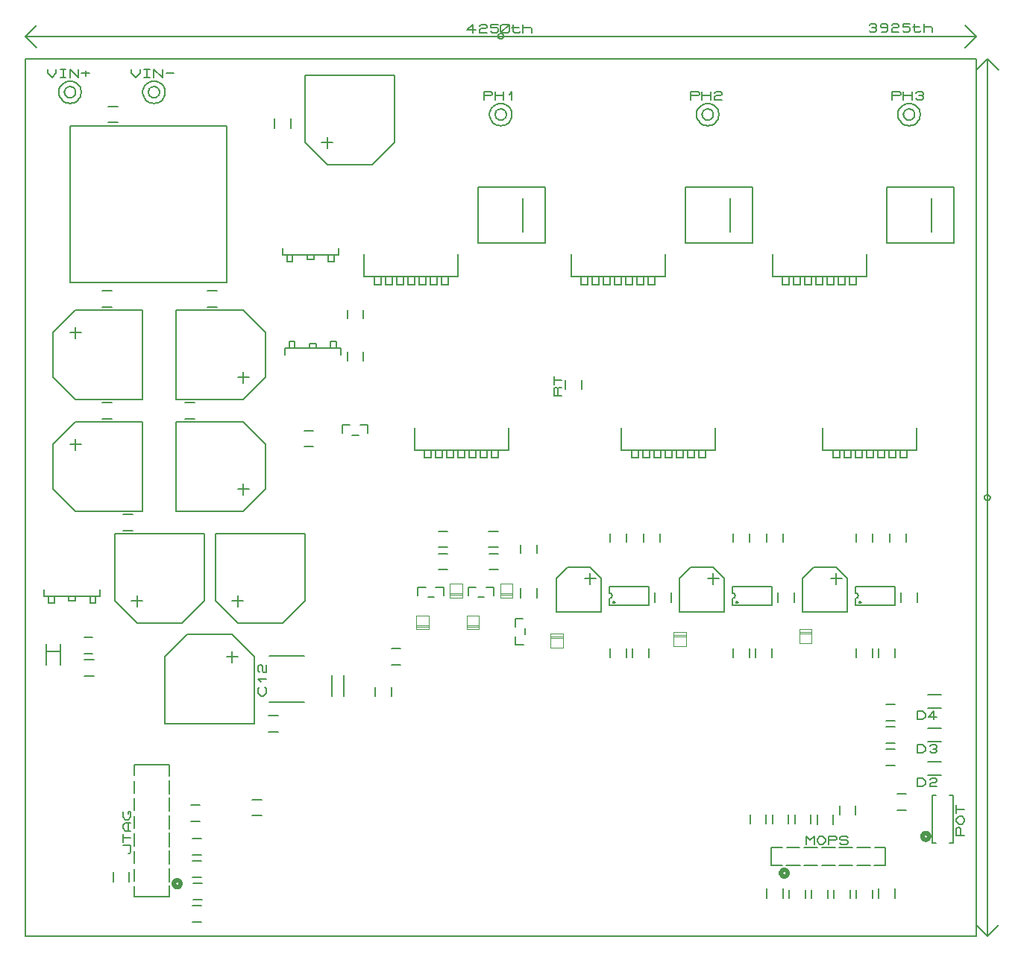
<source format=gbr>
G04 PROTEUS GERBER X2 FILE*
%TF.GenerationSoftware,Labcenter,Proteus,8.7-SP3-Build25561*%
%TF.CreationDate,2021-06-13T19:25:45+00:00*%
%TF.FileFunction,Legend,Top*%
%TF.FilePolarity,Positive*%
%TF.Part,Single*%
%TF.SameCoordinates,{9c7b3d0d-a21c-4509-bc3d-39c11cb24c33}*%
%FSLAX45Y45*%
%MOMM*%
G01*
%TA.AperFunction,Profile*%
%ADD46C,0.203200*%
%TA.AperFunction,NonMaterial*%
%ADD47C,0.203200*%
%TA.AperFunction,Material*%
%ADD60C,0.203200*%
%ADD61C,0.200000*%
%ADD62C,0.101600*%
%ADD63C,0.508000*%
%ADD64C,0.152400*%
%TD.AperFunction*%
D46*
X-1079500Y-7620000D02*
X+9715500Y-7620000D01*
X+9715500Y+2349500D01*
X-1079500Y+2349500D01*
X-1079500Y-7620000D01*
D47*
X+9842500Y-7620000D02*
X+9842500Y+2349500D01*
X+9842500Y-7620000D02*
X+9969500Y-7493000D01*
X+9842500Y-7620000D02*
X+9715500Y-7493000D01*
X+9842500Y+2349500D02*
X+9715500Y+2222500D01*
X+9842500Y+2349500D02*
X+9969500Y+2222500D01*
X+9874250Y-2635250D02*
X+9874141Y-2632616D01*
X+9873251Y-2627347D01*
X+9871389Y-2622078D01*
X+9868346Y-2616809D01*
X+9863691Y-2611607D01*
X+9858422Y-2607781D01*
X+9853153Y-2605341D01*
X+9847884Y-2603960D01*
X+9842615Y-2603500D01*
X+9842500Y-2603500D01*
X+9810750Y-2635250D02*
X+9810859Y-2632616D01*
X+9811749Y-2627347D01*
X+9813611Y-2622078D01*
X+9816654Y-2616809D01*
X+9821309Y-2611607D01*
X+9826578Y-2607781D01*
X+9831847Y-2605341D01*
X+9837116Y-2603960D01*
X+9842385Y-2603500D01*
X+9842500Y-2603500D01*
X+9810750Y-2635250D02*
X+9810859Y-2637884D01*
X+9811749Y-2643153D01*
X+9813611Y-2648422D01*
X+9816654Y-2653691D01*
X+9821309Y-2658893D01*
X+9826578Y-2662719D01*
X+9831847Y-2665159D01*
X+9837116Y-2666540D01*
X+9842385Y-2667000D01*
X+9842500Y-2667000D01*
X+9874250Y-2635250D02*
X+9874141Y-2637884D01*
X+9873251Y-2643153D01*
X+9871389Y-2648422D01*
X+9868346Y-2653691D01*
X+9863691Y-2658893D01*
X+9858422Y-2662719D01*
X+9853153Y-2665159D01*
X+9847884Y-2666540D01*
X+9842615Y-2667000D01*
X+9842500Y-2667000D01*
X+8502015Y+2729230D02*
X+8517890Y+2744470D01*
X+8565515Y+2744470D01*
X+8581390Y+2729230D01*
X+8581390Y+2713990D01*
X+8565515Y+2698750D01*
X+8581390Y+2683510D01*
X+8581390Y+2668270D01*
X+8565515Y+2653030D01*
X+8517890Y+2653030D01*
X+8502015Y+2668270D01*
X+8533765Y+2698750D02*
X+8565515Y+2698750D01*
X+8708390Y+2713990D02*
X+8692515Y+2698750D01*
X+8644890Y+2698750D01*
X+8629015Y+2713990D01*
X+8629015Y+2729230D01*
X+8644890Y+2744470D01*
X+8692515Y+2744470D01*
X+8708390Y+2729230D01*
X+8708390Y+2668270D01*
X+8692515Y+2653030D01*
X+8644890Y+2653030D01*
X+8756015Y+2729230D02*
X+8771890Y+2744470D01*
X+8819515Y+2744470D01*
X+8835390Y+2729230D01*
X+8835390Y+2713990D01*
X+8819515Y+2698750D01*
X+8771890Y+2698750D01*
X+8756015Y+2683510D01*
X+8756015Y+2653030D01*
X+8835390Y+2653030D01*
X+8962390Y+2744470D02*
X+8883015Y+2744470D01*
X+8883015Y+2713990D01*
X+8946515Y+2713990D01*
X+8962390Y+2698750D01*
X+8962390Y+2668270D01*
X+8946515Y+2653030D01*
X+8898890Y+2653030D01*
X+8883015Y+2668270D01*
X+9010015Y+2744470D02*
X+9010015Y+2668270D01*
X+9025890Y+2653030D01*
X+9073515Y+2653030D01*
X+9089390Y+2668270D01*
X+8994140Y+2713990D02*
X+9073515Y+2713990D01*
X+9216390Y+2653030D02*
X+9216390Y+2698750D01*
X+9200515Y+2713990D01*
X+9137015Y+2713990D01*
X+9121140Y+2698750D01*
X+9121140Y+2744470D02*
X+9121140Y+2653030D01*
D60*
X+3340100Y-1841500D02*
X+3340100Y-2095500D01*
X+4406900Y-2095500D01*
X+4406900Y-1841500D02*
X+4406900Y-2095500D01*
X+3454400Y-2184400D02*
X+3530600Y-2184400D01*
X+3530600Y-2095500D01*
X+3454400Y-2095500D01*
X+3454400Y-2184400D01*
X+3581400Y-2184400D02*
X+3657600Y-2184400D01*
X+3657600Y-2095500D01*
X+3581400Y-2095500D01*
X+3581400Y-2184400D01*
X+3708400Y-2184400D02*
X+3784600Y-2184400D01*
X+3784600Y-2095500D01*
X+3708400Y-2095500D01*
X+3708400Y-2184400D01*
X+3835400Y-2184400D02*
X+3911600Y-2184400D01*
X+3911600Y-2095500D01*
X+3835400Y-2095500D01*
X+3835400Y-2184400D01*
X+3962400Y-2184400D02*
X+4038600Y-2184400D01*
X+4038600Y-2095500D01*
X+3962400Y-2095500D01*
X+3962400Y-2184400D01*
X+4089400Y-2184400D02*
X+4165600Y-2184400D01*
X+4165600Y-2095500D01*
X+4089400Y-2095500D01*
X+4089400Y-2184400D01*
X+4216400Y-2184400D02*
X+4292600Y-2184400D01*
X+4292600Y-2095500D01*
X+4216400Y-2095500D01*
X+4216400Y-2184400D01*
X+5118100Y+127000D02*
X+5118100Y-127000D01*
X+6184900Y-127000D01*
X+6184900Y+127000D02*
X+6184900Y-127000D01*
X+5232400Y-215900D02*
X+5308600Y-215900D01*
X+5308600Y-127000D01*
X+5232400Y-127000D01*
X+5232400Y-215900D01*
X+5359400Y-215900D02*
X+5435600Y-215900D01*
X+5435600Y-127000D01*
X+5359400Y-127000D01*
X+5359400Y-215900D01*
X+5486400Y-215900D02*
X+5562600Y-215900D01*
X+5562600Y-127000D01*
X+5486400Y-127000D01*
X+5486400Y-215900D01*
X+5613400Y-215900D02*
X+5689600Y-215900D01*
X+5689600Y-127000D01*
X+5613400Y-127000D01*
X+5613400Y-215900D01*
X+5740400Y-215900D02*
X+5816600Y-215900D01*
X+5816600Y-127000D01*
X+5740400Y-127000D01*
X+5740400Y-215900D01*
X+5867400Y-215900D02*
X+5943600Y-215900D01*
X+5943600Y-127000D01*
X+5867400Y-127000D01*
X+5867400Y-215900D01*
X+5994400Y-215900D02*
X+6070600Y-215900D01*
X+6070600Y-127000D01*
X+5994400Y-127000D01*
X+5994400Y-215900D01*
X+5689600Y-1841500D02*
X+5689600Y-2095500D01*
X+6756400Y-2095500D01*
X+6756400Y-1841500D02*
X+6756400Y-2095500D01*
X+5803900Y-2184400D02*
X+5880100Y-2184400D01*
X+5880100Y-2095500D01*
X+5803900Y-2095500D01*
X+5803900Y-2184400D01*
X+5930900Y-2184400D02*
X+6007100Y-2184400D01*
X+6007100Y-2095500D01*
X+5930900Y-2095500D01*
X+5930900Y-2184400D01*
X+6057900Y-2184400D02*
X+6134100Y-2184400D01*
X+6134100Y-2095500D01*
X+6057900Y-2095500D01*
X+6057900Y-2184400D01*
X+6184900Y-2184400D02*
X+6261100Y-2184400D01*
X+6261100Y-2095500D01*
X+6184900Y-2095500D01*
X+6184900Y-2184400D01*
X+6311900Y-2184400D02*
X+6388100Y-2184400D01*
X+6388100Y-2095500D01*
X+6311900Y-2095500D01*
X+6311900Y-2184400D01*
X+6438900Y-2184400D02*
X+6515100Y-2184400D01*
X+6515100Y-2095500D01*
X+6438900Y-2095500D01*
X+6438900Y-2184400D01*
X+6565900Y-2184400D02*
X+6642100Y-2184400D01*
X+6642100Y-2095500D01*
X+6565900Y-2095500D01*
X+6565900Y-2184400D01*
X+7404100Y+127000D02*
X+7404100Y-127000D01*
X+8470900Y-127000D01*
X+8470900Y+127000D02*
X+8470900Y-127000D01*
X+7518400Y-215900D02*
X+7594600Y-215900D01*
X+7594600Y-127000D01*
X+7518400Y-127000D01*
X+7518400Y-215900D01*
X+7645400Y-215900D02*
X+7721600Y-215900D01*
X+7721600Y-127000D01*
X+7645400Y-127000D01*
X+7645400Y-215900D01*
X+7772400Y-215900D02*
X+7848600Y-215900D01*
X+7848600Y-127000D01*
X+7772400Y-127000D01*
X+7772400Y-215900D01*
X+7899400Y-215900D02*
X+7975600Y-215900D01*
X+7975600Y-127000D01*
X+7899400Y-127000D01*
X+7899400Y-215900D01*
X+8026400Y-215900D02*
X+8102600Y-215900D01*
X+8102600Y-127000D01*
X+8026400Y-127000D01*
X+8026400Y-215900D01*
X+8153400Y-215900D02*
X+8229600Y-215900D01*
X+8229600Y-127000D01*
X+8153400Y-127000D01*
X+8153400Y-215900D01*
X+8280400Y-215900D02*
X+8356600Y-215900D01*
X+8356600Y-127000D01*
X+8280400Y-127000D01*
X+8280400Y-215900D01*
X+7975600Y-1841500D02*
X+7975600Y-2095500D01*
X+9042400Y-2095500D01*
X+9042400Y-1841500D02*
X+9042400Y-2095500D01*
X+8089900Y-2184400D02*
X+8166100Y-2184400D01*
X+8166100Y-2095500D01*
X+8089900Y-2095500D01*
X+8089900Y-2184400D01*
X+8216900Y-2184400D02*
X+8293100Y-2184400D01*
X+8293100Y-2095500D01*
X+8216900Y-2095500D01*
X+8216900Y-2184400D01*
X+8343900Y-2184400D02*
X+8420100Y-2184400D01*
X+8420100Y-2095500D01*
X+8343900Y-2095500D01*
X+8343900Y-2184400D01*
X+8470900Y-2184400D02*
X+8547100Y-2184400D01*
X+8547100Y-2095500D01*
X+8470900Y-2095500D01*
X+8470900Y-2184400D01*
X+8597900Y-2184400D02*
X+8674100Y-2184400D01*
X+8674100Y-2095500D01*
X+8597900Y-2095500D01*
X+8597900Y-2184400D01*
X+8724900Y-2184400D02*
X+8801100Y-2184400D01*
X+8801100Y-2095500D01*
X+8724900Y-2095500D01*
X+8724900Y-2184400D01*
X+8851900Y-2184400D02*
X+8928100Y-2184400D01*
X+8928100Y-2095500D01*
X+8851900Y-2095500D01*
X+8851900Y-2184400D01*
X+2768600Y+127000D02*
X+2768600Y-127000D01*
X+3835400Y-127000D01*
X+3835400Y+127000D02*
X+3835400Y-127000D01*
X+2882900Y-215900D02*
X+2959100Y-215900D01*
X+2959100Y-127000D01*
X+2882900Y-127000D01*
X+2882900Y-215900D01*
X+3009900Y-215900D02*
X+3086100Y-215900D01*
X+3086100Y-127000D01*
X+3009900Y-127000D01*
X+3009900Y-215900D01*
X+3136900Y-215900D02*
X+3213100Y-215900D01*
X+3213100Y-127000D01*
X+3136900Y-127000D01*
X+3136900Y-215900D01*
X+3263900Y-215900D02*
X+3340100Y-215900D01*
X+3340100Y-127000D01*
X+3263900Y-127000D01*
X+3263900Y-215900D01*
X+3390900Y-215900D02*
X+3467100Y-215900D01*
X+3467100Y-127000D01*
X+3390900Y-127000D01*
X+3390900Y-215900D01*
X+3517900Y-215900D02*
X+3594100Y-215900D01*
X+3594100Y-127000D01*
X+3517900Y-127000D01*
X+3517900Y-215900D01*
X+3644900Y-215900D02*
X+3721100Y-215900D01*
X+3721100Y-127000D01*
X+3644900Y-127000D01*
X+3644900Y-215900D01*
X+6413500Y+254000D02*
X+7175500Y+254000D01*
X+7175500Y+889000D01*
X+6413500Y+889000D01*
X+6413500Y+254000D01*
X+6921500Y+762000D02*
X+6921500Y+381000D01*
X+8699500Y+254000D02*
X+9461500Y+254000D01*
X+9461500Y+889000D01*
X+8699500Y+889000D01*
X+8699500Y+254000D01*
X+9207500Y+762000D02*
X+9207500Y+381000D01*
X+4064000Y+254000D02*
X+4826000Y+254000D01*
X+4826000Y+889000D01*
X+4064000Y+889000D01*
X+4064000Y+254000D01*
X+4572000Y+762000D02*
X+4572000Y+381000D01*
X+4445000Y+1714500D02*
X+4444573Y+1724909D01*
X+4441101Y+1745728D01*
X+4433845Y+1766547D01*
X+4422017Y+1787366D01*
X+4403920Y+1808024D01*
X+4383101Y+1823545D01*
X+4362282Y+1833530D01*
X+4341463Y+1839314D01*
X+4320644Y+1841472D01*
X+4318000Y+1841500D01*
X+4191000Y+1714500D02*
X+4191427Y+1724909D01*
X+4194899Y+1745728D01*
X+4202155Y+1766547D01*
X+4213983Y+1787366D01*
X+4232080Y+1808024D01*
X+4252899Y+1823545D01*
X+4273718Y+1833530D01*
X+4294537Y+1839314D01*
X+4315356Y+1841472D01*
X+4318000Y+1841500D01*
X+4191000Y+1714500D02*
X+4191427Y+1704091D01*
X+4194899Y+1683272D01*
X+4202155Y+1662453D01*
X+4213983Y+1641634D01*
X+4232080Y+1620976D01*
X+4252899Y+1605455D01*
X+4273718Y+1595470D01*
X+4294537Y+1589686D01*
X+4315356Y+1587528D01*
X+4318000Y+1587500D01*
X+4445000Y+1714500D02*
X+4444573Y+1704091D01*
X+4441101Y+1683272D01*
X+4433845Y+1662453D01*
X+4422017Y+1641634D01*
X+4403920Y+1620976D01*
X+4383101Y+1605455D01*
X+4362282Y+1595470D01*
X+4341463Y+1589686D01*
X+4320644Y+1587528D01*
X+4318000Y+1587500D01*
X+4381500Y+1714500D02*
X+4381283Y+1719747D01*
X+4379518Y+1730242D01*
X+4375826Y+1740737D01*
X+4369798Y+1751232D01*
X+4360576Y+1761612D01*
X+4350081Y+1769300D01*
X+4339586Y+1774218D01*
X+4329091Y+1777024D01*
X+4318596Y+1777997D01*
X+4318000Y+1778000D01*
X+4254500Y+1714500D02*
X+4254717Y+1719747D01*
X+4256482Y+1730242D01*
X+4260174Y+1740737D01*
X+4266202Y+1751232D01*
X+4275424Y+1761612D01*
X+4285919Y+1769300D01*
X+4296414Y+1774218D01*
X+4306909Y+1777024D01*
X+4317404Y+1777997D01*
X+4318000Y+1778000D01*
X+4254500Y+1714500D02*
X+4254717Y+1709253D01*
X+4256482Y+1698758D01*
X+4260174Y+1688263D01*
X+4266202Y+1677768D01*
X+4275424Y+1667388D01*
X+4285919Y+1659700D01*
X+4296414Y+1654782D01*
X+4306909Y+1651976D01*
X+4317404Y+1651003D01*
X+4318000Y+1651000D01*
X+4381500Y+1714500D02*
X+4381283Y+1709253D01*
X+4379518Y+1698758D01*
X+4375826Y+1688263D01*
X+4369798Y+1677768D01*
X+4360576Y+1667388D01*
X+4350081Y+1659700D01*
X+4339586Y+1654782D01*
X+4329091Y+1651976D01*
X+4318596Y+1651003D01*
X+4318000Y+1651000D01*
X+4127500Y+1882140D02*
X+4127500Y+1973580D01*
X+4206875Y+1973580D01*
X+4222750Y+1958340D01*
X+4222750Y+1943100D01*
X+4206875Y+1927860D01*
X+4127500Y+1927860D01*
X+4254500Y+1882140D02*
X+4254500Y+1973580D01*
X+4349750Y+1973580D02*
X+4349750Y+1882140D01*
X+4254500Y+1927860D02*
X+4349750Y+1927860D01*
X+4413250Y+1943100D02*
X+4445000Y+1973580D01*
X+4445000Y+1882140D01*
X+6794500Y+1714500D02*
X+6794073Y+1724909D01*
X+6790601Y+1745728D01*
X+6783345Y+1766547D01*
X+6771517Y+1787366D01*
X+6753420Y+1808024D01*
X+6732601Y+1823545D01*
X+6711782Y+1833530D01*
X+6690963Y+1839314D01*
X+6670144Y+1841472D01*
X+6667500Y+1841500D01*
X+6540500Y+1714500D02*
X+6540927Y+1724909D01*
X+6544399Y+1745728D01*
X+6551655Y+1766547D01*
X+6563483Y+1787366D01*
X+6581580Y+1808024D01*
X+6602399Y+1823545D01*
X+6623218Y+1833530D01*
X+6644037Y+1839314D01*
X+6664856Y+1841472D01*
X+6667500Y+1841500D01*
X+6540500Y+1714500D02*
X+6540927Y+1704091D01*
X+6544399Y+1683272D01*
X+6551655Y+1662453D01*
X+6563483Y+1641634D01*
X+6581580Y+1620976D01*
X+6602399Y+1605455D01*
X+6623218Y+1595470D01*
X+6644037Y+1589686D01*
X+6664856Y+1587528D01*
X+6667500Y+1587500D01*
X+6794500Y+1714500D02*
X+6794073Y+1704091D01*
X+6790601Y+1683272D01*
X+6783345Y+1662453D01*
X+6771517Y+1641634D01*
X+6753420Y+1620976D01*
X+6732601Y+1605455D01*
X+6711782Y+1595470D01*
X+6690963Y+1589686D01*
X+6670144Y+1587528D01*
X+6667500Y+1587500D01*
X+6731000Y+1714500D02*
X+6730783Y+1719747D01*
X+6729018Y+1730242D01*
X+6725326Y+1740737D01*
X+6719298Y+1751232D01*
X+6710076Y+1761612D01*
X+6699581Y+1769300D01*
X+6689086Y+1774218D01*
X+6678591Y+1777024D01*
X+6668096Y+1777997D01*
X+6667500Y+1778000D01*
X+6604000Y+1714500D02*
X+6604217Y+1719747D01*
X+6605982Y+1730242D01*
X+6609674Y+1740737D01*
X+6615702Y+1751232D01*
X+6624924Y+1761612D01*
X+6635419Y+1769300D01*
X+6645914Y+1774218D01*
X+6656409Y+1777024D01*
X+6666904Y+1777997D01*
X+6667500Y+1778000D01*
X+6604000Y+1714500D02*
X+6604217Y+1709253D01*
X+6605982Y+1698758D01*
X+6609674Y+1688263D01*
X+6615702Y+1677768D01*
X+6624924Y+1667388D01*
X+6635419Y+1659700D01*
X+6645914Y+1654782D01*
X+6656409Y+1651976D01*
X+6666904Y+1651003D01*
X+6667500Y+1651000D01*
X+6731000Y+1714500D02*
X+6730783Y+1709253D01*
X+6729018Y+1698758D01*
X+6725326Y+1688263D01*
X+6719298Y+1677768D01*
X+6710076Y+1667388D01*
X+6699581Y+1659700D01*
X+6689086Y+1654782D01*
X+6678591Y+1651976D01*
X+6668096Y+1651003D01*
X+6667500Y+1651000D01*
X+6477000Y+1882140D02*
X+6477000Y+1973580D01*
X+6556375Y+1973580D01*
X+6572250Y+1958340D01*
X+6572250Y+1943100D01*
X+6556375Y+1927860D01*
X+6477000Y+1927860D01*
X+6604000Y+1882140D02*
X+6604000Y+1973580D01*
X+6699250Y+1973580D02*
X+6699250Y+1882140D01*
X+6604000Y+1927860D02*
X+6699250Y+1927860D01*
X+6746875Y+1958340D02*
X+6762750Y+1973580D01*
X+6810375Y+1973580D01*
X+6826250Y+1958340D01*
X+6826250Y+1943100D01*
X+6810375Y+1927860D01*
X+6762750Y+1927860D01*
X+6746875Y+1912620D01*
X+6746875Y+1882140D01*
X+6826250Y+1882140D01*
X+9080500Y+1714500D02*
X+9080073Y+1724909D01*
X+9076601Y+1745728D01*
X+9069345Y+1766547D01*
X+9057517Y+1787366D01*
X+9039420Y+1808024D01*
X+9018601Y+1823545D01*
X+8997782Y+1833530D01*
X+8976963Y+1839314D01*
X+8956144Y+1841472D01*
X+8953500Y+1841500D01*
X+8826500Y+1714500D02*
X+8826927Y+1724909D01*
X+8830399Y+1745728D01*
X+8837655Y+1766547D01*
X+8849483Y+1787366D01*
X+8867580Y+1808024D01*
X+8888399Y+1823545D01*
X+8909218Y+1833530D01*
X+8930037Y+1839314D01*
X+8950856Y+1841472D01*
X+8953500Y+1841500D01*
X+8826500Y+1714500D02*
X+8826927Y+1704091D01*
X+8830399Y+1683272D01*
X+8837655Y+1662453D01*
X+8849483Y+1641634D01*
X+8867580Y+1620976D01*
X+8888399Y+1605455D01*
X+8909218Y+1595470D01*
X+8930037Y+1589686D01*
X+8950856Y+1587528D01*
X+8953500Y+1587500D01*
X+9080500Y+1714500D02*
X+9080073Y+1704091D01*
X+9076601Y+1683272D01*
X+9069345Y+1662453D01*
X+9057517Y+1641634D01*
X+9039420Y+1620976D01*
X+9018601Y+1605455D01*
X+8997782Y+1595470D01*
X+8976963Y+1589686D01*
X+8956144Y+1587528D01*
X+8953500Y+1587500D01*
X+9017000Y+1714500D02*
X+9016783Y+1719747D01*
X+9015018Y+1730242D01*
X+9011326Y+1740737D01*
X+9005298Y+1751232D01*
X+8996076Y+1761612D01*
X+8985581Y+1769300D01*
X+8975086Y+1774218D01*
X+8964591Y+1777024D01*
X+8954096Y+1777997D01*
X+8953500Y+1778000D01*
X+8890000Y+1714500D02*
X+8890217Y+1719747D01*
X+8891982Y+1730242D01*
X+8895674Y+1740737D01*
X+8901702Y+1751232D01*
X+8910924Y+1761612D01*
X+8921419Y+1769300D01*
X+8931914Y+1774218D01*
X+8942409Y+1777024D01*
X+8952904Y+1777997D01*
X+8953500Y+1778000D01*
X+8890000Y+1714500D02*
X+8890217Y+1709253D01*
X+8891982Y+1698758D01*
X+8895674Y+1688263D01*
X+8901702Y+1677768D01*
X+8910924Y+1667388D01*
X+8921419Y+1659700D01*
X+8931914Y+1654782D01*
X+8942409Y+1651976D01*
X+8952904Y+1651003D01*
X+8953500Y+1651000D01*
X+9017000Y+1714500D02*
X+9016783Y+1709253D01*
X+9015018Y+1698758D01*
X+9011326Y+1688263D01*
X+9005298Y+1677768D01*
X+8996076Y+1667388D01*
X+8985581Y+1659700D01*
X+8975086Y+1654782D01*
X+8964591Y+1651976D01*
X+8954096Y+1651003D01*
X+8953500Y+1651000D01*
X+8763000Y+1882140D02*
X+8763000Y+1973580D01*
X+8842375Y+1973580D01*
X+8858250Y+1958340D01*
X+8858250Y+1943100D01*
X+8842375Y+1927860D01*
X+8763000Y+1927860D01*
X+8890000Y+1882140D02*
X+8890000Y+1973580D01*
X+8985250Y+1973580D02*
X+8985250Y+1882140D01*
X+8890000Y+1927860D02*
X+8985250Y+1927860D01*
X+9032875Y+1958340D02*
X+9048750Y+1973580D01*
X+9096375Y+1973580D01*
X+9112250Y+1958340D01*
X+9112250Y+1943100D01*
X+9096375Y+1927860D01*
X+9112250Y+1912620D01*
X+9112250Y+1897380D01*
X+9096375Y+1882140D01*
X+9048750Y+1882140D01*
X+9032875Y+1897380D01*
X+9064625Y+1927860D02*
X+9096375Y+1927860D01*
X+2501900Y-1016000D02*
X+2501900Y-939800D01*
X+1866900Y-939800D01*
X+1866900Y-1016000D01*
X+2222500Y-939800D02*
X+2222500Y-889000D01*
X+2146300Y-889000D01*
X+2146300Y-939800D01*
X+2451100Y-939800D02*
X+2451100Y-863600D01*
X+2387600Y-863600D01*
X+2387600Y-939800D01*
X+1917700Y-939800D02*
X+1917700Y-863600D01*
X+1981200Y-863600D01*
X+1981200Y-939800D02*
X+1981200Y-863600D01*
X+1841500Y+198120D02*
X+1841500Y+121920D01*
X+2476500Y+121920D01*
X+2476500Y+198120D01*
X+2120900Y+121920D02*
X+2120900Y+71120D01*
X+2197100Y+71120D01*
X+2197100Y+121920D01*
X+1892300Y+121920D02*
X+1892300Y+45720D01*
X+1955800Y+45720D01*
X+1955800Y+121920D01*
X+2425700Y+121920D02*
X+2425700Y+45720D01*
X+2362200Y+45720D01*
X+2362200Y+121920D02*
X+2362200Y+45720D01*
X-508000Y-1778000D02*
X-762000Y-2032000D01*
X-762000Y-2540000D01*
X-508000Y-2794000D01*
X+254000Y-2794000D01*
X+254000Y-1778000D01*
X-508000Y-1778000D01*
X-571500Y-2032000D02*
X-444500Y-2032000D01*
X-508000Y-1968500D02*
X-508000Y-2095500D01*
X-508000Y-508000D02*
X-762000Y-762000D01*
X-762000Y-1270000D01*
X-508000Y-1524000D01*
X+254000Y-1524000D01*
X+254000Y-508000D01*
X-508000Y-508000D01*
X-571500Y-762000D02*
X-444500Y-762000D01*
X-508000Y-698500D02*
X-508000Y-825500D01*
X-863600Y-3683000D02*
X-863600Y-3759200D01*
X-228600Y-3759200D01*
X-228600Y-3683000D01*
X-584200Y-3759200D02*
X-584200Y-3810000D01*
X-508000Y-3810000D01*
X-508000Y-3759200D01*
X-812800Y-3759200D02*
X-812800Y-3835400D01*
X-749300Y-3835400D01*
X-749300Y-3759200D01*
X-279400Y-3759200D02*
X-279400Y-3835400D01*
X-342900Y-3835400D01*
X-342900Y-3759200D02*
X-342900Y-3835400D01*
X-842000Y-4538000D02*
X-842000Y-4298000D01*
X-682000Y-4538000D02*
X-682000Y-4298000D01*
X-842000Y-4388000D02*
X-682000Y-4388000D01*
D61*
X-413000Y-4408000D02*
X-313000Y-4408000D01*
X-413000Y-4228000D02*
X-313000Y-4228000D01*
D60*
X-63500Y-3810000D02*
X+190500Y-4064000D01*
X+698500Y-4064000D01*
X+952500Y-3810000D01*
X+952500Y-3048000D01*
X-63500Y-3048000D01*
X-63500Y-3810000D01*
X+190500Y-3873500D02*
X+190500Y-3746500D01*
X+127000Y-3810000D02*
X+254000Y-3810000D01*
D61*
X+2087500Y-4434000D02*
X+1687500Y-4434000D01*
X+2087500Y-4964000D02*
X+1687500Y-4964000D01*
D60*
X+2399837Y-4896337D02*
X+2399837Y-4656337D01*
X+2539837Y-4896337D02*
X+2539837Y-4656337D01*
X+1079500Y-3810000D02*
X+1333500Y-4064000D01*
X+1841500Y-4064000D01*
X+2095500Y-3810000D01*
X+2095500Y-3048000D01*
X+1079500Y-3048000D01*
X+1079500Y-3810000D01*
X+1333500Y-3873500D02*
X+1333500Y-3746500D01*
X+1270000Y-3810000D02*
X+1397000Y-3810000D01*
D61*
X-413000Y-4662000D02*
X-303000Y-4662000D01*
X-413000Y-4482000D02*
X-303000Y-4482000D01*
X+2894500Y-4794000D02*
X+2894500Y-4894000D01*
X+3074500Y-4794000D02*
X+3074500Y-4894000D01*
X+3179500Y-4355000D02*
X+3079500Y-4355000D01*
X+3179500Y-4535000D02*
X+3079500Y-4535000D01*
D60*
X-571500Y+1587500D02*
X+1206500Y+1587500D01*
X+1206500Y-190500D01*
X-571500Y-190500D01*
X-571500Y+1587500D02*
X-571500Y-190500D01*
D61*
X-95000Y-291000D02*
X-205000Y-291000D01*
X-95000Y-471000D02*
X-205000Y-471000D01*
X-31500Y+1804500D02*
X-141500Y+1804500D01*
X-31500Y+1624500D02*
X-141500Y+1624500D01*
X-95000Y-1561000D02*
X-205000Y-1561000D01*
X-95000Y-1741000D02*
X-205000Y-1741000D01*
D60*
X+2095500Y+1397000D02*
X+2349500Y+1143000D01*
X+2857500Y+1143000D01*
X+3111500Y+1397000D01*
X+3111500Y+2159000D01*
X+2095500Y+2159000D01*
X+2095500Y+1397000D01*
X+2349500Y+1333500D02*
X+2349500Y+1460500D01*
X+2286000Y+1397000D02*
X+2413000Y+1397000D01*
X+1397000Y-1524000D02*
X+1651000Y-1270000D01*
X+1651000Y-762000D01*
X+1397000Y-508000D01*
X+635000Y-508000D01*
X+635000Y-1524000D01*
X+1397000Y-1524000D01*
X+1460500Y-1270000D02*
X+1333500Y-1270000D01*
X+1397000Y-1333500D02*
X+1397000Y-1206500D01*
X+1397000Y-2794000D02*
X+1651000Y-2540000D01*
X+1651000Y-2032000D01*
X+1397000Y-1778000D01*
X+635000Y-1778000D01*
X+635000Y-2794000D01*
X+1397000Y-2794000D01*
X+1460500Y-2540000D02*
X+1333500Y-2540000D01*
X+1397000Y-2603500D02*
X+1397000Y-2476500D01*
D61*
X+1751500Y+1665500D02*
X+1751500Y+1555500D01*
X+1931500Y+1665500D02*
X+1931500Y+1555500D01*
X+984000Y-471000D02*
X+1094000Y-471000D01*
X+984000Y-291000D02*
X+1094000Y-291000D01*
X+730000Y-1741000D02*
X+840000Y-1741000D01*
X+730000Y-1561000D02*
X+840000Y-1561000D01*
D47*
X+9715500Y+2603500D02*
X-1079500Y+2603500D01*
X+9715500Y+2603500D02*
X+9588500Y+2730500D01*
X+9715500Y+2603500D02*
X+9588500Y+2476500D01*
X-1079500Y+2603500D02*
X-952500Y+2476500D01*
X-1079500Y+2603500D02*
X-952500Y+2730500D01*
X+4349750Y+2603500D02*
X+4349641Y+2606134D01*
X+4348751Y+2611403D01*
X+4346889Y+2616672D01*
X+4343846Y+2621941D01*
X+4339191Y+2627143D01*
X+4333922Y+2630969D01*
X+4328653Y+2633409D01*
X+4323384Y+2634790D01*
X+4318115Y+2635250D01*
X+4318000Y+2635250D01*
X+4286250Y+2603500D02*
X+4286359Y+2606134D01*
X+4287249Y+2611403D01*
X+4289111Y+2616672D01*
X+4292154Y+2621941D01*
X+4296809Y+2627143D01*
X+4302078Y+2630969D01*
X+4307347Y+2633409D01*
X+4312616Y+2634790D01*
X+4317885Y+2635250D01*
X+4318000Y+2635250D01*
X+4286250Y+2603500D02*
X+4286359Y+2600866D01*
X+4287249Y+2595597D01*
X+4289111Y+2590328D01*
X+4292154Y+2585059D01*
X+4296809Y+2579857D01*
X+4302078Y+2576031D01*
X+4307347Y+2573591D01*
X+4312616Y+2572210D01*
X+4317885Y+2571750D01*
X+4318000Y+2571750D01*
X+4349750Y+2603500D02*
X+4349641Y+2600866D01*
X+4348751Y+2595597D01*
X+4346889Y+2590328D01*
X+4343846Y+2585059D01*
X+4339191Y+2579857D01*
X+4333922Y+2576031D01*
X+4328653Y+2573591D01*
X+4323384Y+2572210D01*
X+4318115Y+2571750D01*
X+4318000Y+2571750D01*
X+4032250Y+2674620D02*
X+3937000Y+2674620D01*
X+4000500Y+2735580D01*
X+4000500Y+2644140D01*
X+4079875Y+2720340D02*
X+4095750Y+2735580D01*
X+4143375Y+2735580D01*
X+4159250Y+2720340D01*
X+4159250Y+2705100D01*
X+4143375Y+2689860D01*
X+4095750Y+2689860D01*
X+4079875Y+2674620D01*
X+4079875Y+2644140D01*
X+4159250Y+2644140D01*
X+4286250Y+2735580D02*
X+4206875Y+2735580D01*
X+4206875Y+2705100D01*
X+4270375Y+2705100D01*
X+4286250Y+2689860D01*
X+4286250Y+2659380D01*
X+4270375Y+2644140D01*
X+4222750Y+2644140D01*
X+4206875Y+2659380D01*
X+4318000Y+2659380D02*
X+4318000Y+2720340D01*
X+4333875Y+2735580D01*
X+4397375Y+2735580D01*
X+4413250Y+2720340D01*
X+4413250Y+2659380D01*
X+4397375Y+2644140D01*
X+4333875Y+2644140D01*
X+4318000Y+2659380D01*
X+4318000Y+2644140D02*
X+4413250Y+2735580D01*
X+4460875Y+2735580D02*
X+4460875Y+2659380D01*
X+4476750Y+2644140D01*
X+4524375Y+2644140D01*
X+4540250Y+2659380D01*
X+4445000Y+2705100D02*
X+4524375Y+2705100D01*
X+4667250Y+2644140D02*
X+4667250Y+2689860D01*
X+4651375Y+2705100D01*
X+4587875Y+2705100D01*
X+4572000Y+2689860D01*
X+4572000Y+2735580D02*
X+4572000Y+2644140D01*
D60*
X+508000Y+1968500D02*
X+507573Y+1978909D01*
X+504101Y+1999728D01*
X+496845Y+2020547D01*
X+485017Y+2041366D01*
X+466920Y+2062024D01*
X+446101Y+2077545D01*
X+425282Y+2087530D01*
X+404463Y+2093314D01*
X+383644Y+2095472D01*
X+381000Y+2095500D01*
X+254000Y+1968500D02*
X+254427Y+1978909D01*
X+257899Y+1999728D01*
X+265155Y+2020547D01*
X+276983Y+2041366D01*
X+295080Y+2062024D01*
X+315899Y+2077545D01*
X+336718Y+2087530D01*
X+357537Y+2093314D01*
X+378356Y+2095472D01*
X+381000Y+2095500D01*
X+254000Y+1968500D02*
X+254427Y+1958091D01*
X+257899Y+1937272D01*
X+265155Y+1916453D01*
X+276983Y+1895634D01*
X+295080Y+1874976D01*
X+315899Y+1859455D01*
X+336718Y+1849470D01*
X+357537Y+1843686D01*
X+378356Y+1841528D01*
X+381000Y+1841500D01*
X+508000Y+1968500D02*
X+507573Y+1958091D01*
X+504101Y+1937272D01*
X+496845Y+1916453D01*
X+485017Y+1895634D01*
X+466920Y+1874976D01*
X+446101Y+1859455D01*
X+425282Y+1849470D01*
X+404463Y+1843686D01*
X+383644Y+1841528D01*
X+381000Y+1841500D01*
X+444500Y+1968500D02*
X+444283Y+1973747D01*
X+442518Y+1984242D01*
X+438826Y+1994737D01*
X+432798Y+2005232D01*
X+423576Y+2015612D01*
X+413081Y+2023300D01*
X+402586Y+2028218D01*
X+392091Y+2031024D01*
X+381596Y+2031997D01*
X+381000Y+2032000D01*
X+317500Y+1968500D02*
X+317717Y+1973747D01*
X+319482Y+1984242D01*
X+323174Y+1994737D01*
X+329202Y+2005232D01*
X+338424Y+2015612D01*
X+348919Y+2023300D01*
X+359414Y+2028218D01*
X+369909Y+2031024D01*
X+380404Y+2031997D01*
X+381000Y+2032000D01*
X+317500Y+1968500D02*
X+317717Y+1963253D01*
X+319482Y+1952758D01*
X+323174Y+1942263D01*
X+329202Y+1931768D01*
X+338424Y+1921388D01*
X+348919Y+1913700D01*
X+359414Y+1908782D01*
X+369909Y+1905976D01*
X+380404Y+1905003D01*
X+381000Y+1905000D01*
X+444500Y+1968500D02*
X+444283Y+1963253D01*
X+442518Y+1952758D01*
X+438826Y+1942263D01*
X+432798Y+1931768D01*
X+423576Y+1921388D01*
X+413081Y+1913700D01*
X+402586Y+1908782D01*
X+392091Y+1905976D01*
X+381596Y+1905003D01*
X+381000Y+1905000D01*
X+127000Y+2227580D02*
X+127000Y+2181860D01*
X+174625Y+2136140D01*
X+222250Y+2181860D01*
X+222250Y+2227580D01*
X+269875Y+2227580D02*
X+333375Y+2227580D01*
X+301625Y+2227580D02*
X+301625Y+2136140D01*
X+269875Y+2136140D02*
X+333375Y+2136140D01*
X+381000Y+2136140D02*
X+381000Y+2227580D01*
X+476250Y+2136140D01*
X+476250Y+2227580D01*
X+523875Y+2181860D02*
X+603250Y+2181860D01*
X-444500Y+1968500D02*
X-444927Y+1978909D01*
X-448399Y+1999728D01*
X-455655Y+2020547D01*
X-467483Y+2041366D01*
X-485580Y+2062024D01*
X-506399Y+2077545D01*
X-527218Y+2087530D01*
X-548037Y+2093314D01*
X-568856Y+2095472D01*
X-571500Y+2095500D01*
X-698500Y+1968500D02*
X-698073Y+1978909D01*
X-694601Y+1999728D01*
X-687345Y+2020547D01*
X-675517Y+2041366D01*
X-657420Y+2062024D01*
X-636601Y+2077545D01*
X-615782Y+2087530D01*
X-594963Y+2093314D01*
X-574144Y+2095472D01*
X-571500Y+2095500D01*
X-698500Y+1968500D02*
X-698073Y+1958091D01*
X-694601Y+1937272D01*
X-687345Y+1916453D01*
X-675517Y+1895634D01*
X-657420Y+1874976D01*
X-636601Y+1859455D01*
X-615782Y+1849470D01*
X-594963Y+1843686D01*
X-574144Y+1841528D01*
X-571500Y+1841500D01*
X-444500Y+1968500D02*
X-444927Y+1958091D01*
X-448399Y+1937272D01*
X-455655Y+1916453D01*
X-467483Y+1895634D01*
X-485580Y+1874976D01*
X-506399Y+1859455D01*
X-527218Y+1849470D01*
X-548037Y+1843686D01*
X-568856Y+1841528D01*
X-571500Y+1841500D01*
X-508000Y+1968500D02*
X-508217Y+1973747D01*
X-509982Y+1984242D01*
X-513674Y+1994737D01*
X-519702Y+2005232D01*
X-528924Y+2015612D01*
X-539419Y+2023300D01*
X-549914Y+2028218D01*
X-560409Y+2031024D01*
X-570904Y+2031997D01*
X-571500Y+2032000D01*
X-635000Y+1968500D02*
X-634783Y+1973747D01*
X-633018Y+1984242D01*
X-629326Y+1994737D01*
X-623298Y+2005232D01*
X-614076Y+2015612D01*
X-603581Y+2023300D01*
X-593086Y+2028218D01*
X-582591Y+2031024D01*
X-572096Y+2031997D01*
X-571500Y+2032000D01*
X-635000Y+1968500D02*
X-634783Y+1963253D01*
X-633018Y+1952758D01*
X-629326Y+1942263D01*
X-623298Y+1931768D01*
X-614076Y+1921388D01*
X-603581Y+1913700D01*
X-593086Y+1908782D01*
X-582591Y+1905976D01*
X-572096Y+1905003D01*
X-571500Y+1905000D01*
X-508000Y+1968500D02*
X-508217Y+1963253D01*
X-509982Y+1952758D01*
X-513674Y+1942263D01*
X-519702Y+1931768D01*
X-528924Y+1921388D01*
X-539419Y+1913700D01*
X-549914Y+1908782D01*
X-560409Y+1905976D01*
X-570904Y+1905003D01*
X-571500Y+1905000D01*
X-825500Y+2227580D02*
X-825500Y+2181860D01*
X-777875Y+2136140D01*
X-730250Y+2181860D01*
X-730250Y+2227580D01*
X-682625Y+2227580D02*
X-619125Y+2227580D01*
X-650875Y+2227580D02*
X-650875Y+2136140D01*
X-682625Y+2136140D02*
X-619125Y+2136140D01*
X-571500Y+2136140D02*
X-571500Y+2227580D01*
X-476250Y+2136140D01*
X-476250Y+2227580D01*
X-444500Y+2181860D02*
X-349250Y+2181860D01*
X-396875Y+2212340D02*
X-396875Y+2151380D01*
D61*
X+2757000Y-603500D02*
X+2757000Y-503500D01*
X+2577000Y-603500D02*
X+2577000Y-503500D01*
X+2191000Y-1878500D02*
X+2091000Y-1878500D01*
X+2191000Y-2058500D02*
X+2091000Y-2058500D01*
X+2757000Y-1084000D02*
X+2757000Y-984000D01*
X+2577000Y-1084000D02*
X+2577000Y-984000D01*
D60*
X+2811780Y-1813560D02*
X+2722880Y-1813560D01*
X+2705100Y-1925320D02*
X+2633980Y-1925320D01*
X+2811780Y-1813560D02*
X+2811780Y-1905000D01*
X+2522220Y-1907540D02*
X+2522220Y-1813560D01*
X+2608580Y-1813560D01*
D61*
X+1792500Y-5117000D02*
X+1682500Y-5117000D01*
X+1792500Y-5297000D02*
X+1682500Y-5297000D01*
X+5942500Y-3043500D02*
X+5942500Y-3143500D01*
X+6122500Y-3043500D02*
X+6122500Y-3143500D01*
X+5561500Y-3043500D02*
X+5561500Y-3143500D01*
X+5741500Y-3043500D02*
X+5741500Y-3143500D01*
D60*
X+5554980Y-3860800D02*
X+5554980Y-3779838D01*
X+5565601Y-3777756D01*
X+5574167Y-3772036D01*
X+5579886Y-3763471D01*
X+5581968Y-3752850D01*
X+5554980Y-3725862D02*
X+5565601Y-3727944D01*
X+5574167Y-3733664D01*
X+5579886Y-3742229D01*
X+5581968Y-3752850D01*
X+5554980Y-3725862D02*
X+5554980Y-3644900D01*
X+6002020Y-3784600D02*
X+6002020Y-3721100D01*
X+5588000Y-3860800D02*
X+5969000Y-3860800D01*
X+5588000Y-3644900D02*
X+5969000Y-3644900D01*
X+5588000Y-3860800D02*
X+5554980Y-3860800D01*
X+5554980Y-3644900D02*
X+5588000Y-3644900D01*
X+6002020Y-3721100D02*
X+6002020Y-3644900D01*
X+5969000Y-3644900D01*
X+5969000Y-3860800D02*
X+6002020Y-3860800D01*
X+6002020Y-3784600D01*
X+5614416Y-3825240D02*
X+5614381Y-3824395D01*
X+5614094Y-3822704D01*
X+5613495Y-3821013D01*
X+5612515Y-3819322D01*
X+5611015Y-3817654D01*
X+5609324Y-3816434D01*
X+5607633Y-3815658D01*
X+5605942Y-3815221D01*
X+5604256Y-3815080D01*
X+5594096Y-3825240D02*
X+5594131Y-3824395D01*
X+5594418Y-3822704D01*
X+5595017Y-3821013D01*
X+5595997Y-3819322D01*
X+5597497Y-3817654D01*
X+5599188Y-3816434D01*
X+5600879Y-3815658D01*
X+5602570Y-3815221D01*
X+5604256Y-3815080D01*
X+5594096Y-3825240D02*
X+5594131Y-3826085D01*
X+5594418Y-3827776D01*
X+5595017Y-3829467D01*
X+5595997Y-3831158D01*
X+5597497Y-3832826D01*
X+5599188Y-3834046D01*
X+5600879Y-3834822D01*
X+5602570Y-3835259D01*
X+5604256Y-3835400D01*
X+5614416Y-3825240D02*
X+5614381Y-3826085D01*
X+5614094Y-3827776D01*
X+5613495Y-3829467D01*
X+5612515Y-3831158D01*
X+5611015Y-3832826D01*
X+5609324Y-3834046D01*
X+5607633Y-3834822D01*
X+5605942Y-3835259D01*
X+5604256Y-3835400D01*
X+6951980Y-3860800D02*
X+6951980Y-3779838D01*
X+6962601Y-3777756D01*
X+6971167Y-3772036D01*
X+6976886Y-3763471D01*
X+6978968Y-3752850D01*
X+6951980Y-3725862D02*
X+6962601Y-3727944D01*
X+6971167Y-3733664D01*
X+6976886Y-3742229D01*
X+6978968Y-3752850D01*
X+6951980Y-3725862D02*
X+6951980Y-3644900D01*
X+7399020Y-3784600D02*
X+7399020Y-3721100D01*
X+6985000Y-3860800D02*
X+7366000Y-3860800D01*
X+6985000Y-3644900D02*
X+7366000Y-3644900D01*
X+6985000Y-3860800D02*
X+6951980Y-3860800D01*
X+6951980Y-3644900D02*
X+6985000Y-3644900D01*
X+7399020Y-3721100D02*
X+7399020Y-3644900D01*
X+7366000Y-3644900D01*
X+7366000Y-3860800D02*
X+7399020Y-3860800D01*
X+7399020Y-3784600D01*
X+7011416Y-3825240D02*
X+7011381Y-3824395D01*
X+7011094Y-3822704D01*
X+7010495Y-3821013D01*
X+7009515Y-3819322D01*
X+7008015Y-3817654D01*
X+7006324Y-3816434D01*
X+7004633Y-3815658D01*
X+7002942Y-3815221D01*
X+7001256Y-3815080D01*
X+6991096Y-3825240D02*
X+6991131Y-3824395D01*
X+6991418Y-3822704D01*
X+6992017Y-3821013D01*
X+6992997Y-3819322D01*
X+6994497Y-3817654D01*
X+6996188Y-3816434D01*
X+6997879Y-3815658D01*
X+6999570Y-3815221D01*
X+7001256Y-3815080D01*
X+6991096Y-3825240D02*
X+6991131Y-3826085D01*
X+6991418Y-3827776D01*
X+6992017Y-3829467D01*
X+6992997Y-3831158D01*
X+6994497Y-3832826D01*
X+6996188Y-3834046D01*
X+6997879Y-3834822D01*
X+6999570Y-3835259D01*
X+7001256Y-3835400D01*
X+7011416Y-3825240D02*
X+7011381Y-3826085D01*
X+7011094Y-3827776D01*
X+7010495Y-3829467D01*
X+7009515Y-3831158D01*
X+7008015Y-3832826D01*
X+7006324Y-3834046D01*
X+7004633Y-3834822D01*
X+7002942Y-3835259D01*
X+7001256Y-3835400D01*
X+8348980Y-3860800D02*
X+8348980Y-3779838D01*
X+8359601Y-3777756D01*
X+8368167Y-3772036D01*
X+8373886Y-3763471D01*
X+8375968Y-3752850D01*
X+8348980Y-3725862D02*
X+8359601Y-3727944D01*
X+8368167Y-3733664D01*
X+8373886Y-3742229D01*
X+8375968Y-3752850D01*
X+8348980Y-3725862D02*
X+8348980Y-3644900D01*
X+8796020Y-3784600D02*
X+8796020Y-3721100D01*
X+8382000Y-3860800D02*
X+8763000Y-3860800D01*
X+8382000Y-3644900D02*
X+8763000Y-3644900D01*
X+8382000Y-3860800D02*
X+8348980Y-3860800D01*
X+8348980Y-3644900D02*
X+8382000Y-3644900D01*
X+8796020Y-3721100D02*
X+8796020Y-3644900D01*
X+8763000Y-3644900D01*
X+8763000Y-3860800D02*
X+8796020Y-3860800D01*
X+8796020Y-3784600D01*
X+8408416Y-3825240D02*
X+8408381Y-3824395D01*
X+8408094Y-3822704D01*
X+8407495Y-3821013D01*
X+8406515Y-3819322D01*
X+8405015Y-3817654D01*
X+8403324Y-3816434D01*
X+8401633Y-3815658D01*
X+8399942Y-3815221D01*
X+8398256Y-3815080D01*
X+8388096Y-3825240D02*
X+8388131Y-3824395D01*
X+8388418Y-3822704D01*
X+8389017Y-3821013D01*
X+8389997Y-3819322D01*
X+8391497Y-3817654D01*
X+8393188Y-3816434D01*
X+8394879Y-3815658D01*
X+8396570Y-3815221D01*
X+8398256Y-3815080D01*
X+8388096Y-3825240D02*
X+8388131Y-3826085D01*
X+8388418Y-3827776D01*
X+8389017Y-3829467D01*
X+8389997Y-3831158D01*
X+8391497Y-3832826D01*
X+8393188Y-3834046D01*
X+8394879Y-3834822D01*
X+8396570Y-3835259D01*
X+8398256Y-3835400D01*
X+8408416Y-3825240D02*
X+8408381Y-3826085D01*
X+8408094Y-3827776D01*
X+8407495Y-3829467D01*
X+8406515Y-3831158D01*
X+8405015Y-3832826D01*
X+8403324Y-3834046D01*
X+8401633Y-3834822D01*
X+8399942Y-3835259D01*
X+8398256Y-3835400D01*
D61*
X+6958500Y-3043500D02*
X+6958500Y-3143500D01*
X+7138500Y-3043500D02*
X+7138500Y-3143500D01*
D60*
X+5461000Y-3556000D02*
X+5334000Y-3429000D01*
X+5080000Y-3429000D01*
X+4953000Y-3556000D01*
X+4953000Y-3937000D01*
X+5461000Y-3937000D01*
X+5461000Y-3556000D01*
X+5334000Y-3492500D02*
X+5334000Y-3619500D01*
X+5397500Y-3556000D02*
X+5270500Y-3556000D01*
X+6858000Y-3556000D02*
X+6731000Y-3429000D01*
X+6477000Y-3429000D01*
X+6350000Y-3556000D01*
X+6350000Y-3937000D01*
X+6858000Y-3937000D01*
X+6858000Y-3556000D01*
X+6731000Y-3492500D02*
X+6731000Y-3619500D01*
X+6794500Y-3556000D02*
X+6667500Y-3556000D01*
X+8255000Y-3556000D02*
X+8128000Y-3429000D01*
X+7874000Y-3429000D01*
X+7747000Y-3556000D01*
X+7747000Y-3937000D01*
X+8255000Y-3937000D01*
X+8255000Y-3556000D01*
X+8128000Y-3492500D02*
X+8128000Y-3619500D01*
X+8191500Y-3556000D02*
X+8064500Y-3556000D01*
D62*
X+5023000Y-4213960D02*
X+4883000Y-4213960D01*
X+5023000Y-4233960D02*
X+4883000Y-4233960D01*
X+4883000Y-4343960D02*
X+5023000Y-4343960D01*
X+5023000Y-4183960D01*
X+4883000Y-4183960D01*
X+4883000Y-4343960D01*
X+6420000Y-4194910D02*
X+6280000Y-4194910D01*
X+6420000Y-4214910D02*
X+6280000Y-4214910D01*
X+6280000Y-4324910D02*
X+6420000Y-4324910D01*
X+6420000Y-4164910D01*
X+6280000Y-4164910D01*
X+6280000Y-4324910D01*
X+7848750Y-4163160D02*
X+7708750Y-4163160D01*
X+7848750Y-4183160D02*
X+7708750Y-4183160D01*
X+7708750Y-4293160D02*
X+7848750Y-4293160D01*
X+7848750Y-4133160D01*
X+7708750Y-4133160D01*
X+7708750Y-4293160D01*
D61*
X+6069500Y-3714500D02*
X+6069500Y-3824500D01*
X+6249500Y-3714500D02*
X+6249500Y-3824500D01*
X+7466500Y-3714500D02*
X+7466500Y-3824500D01*
X+7646500Y-3714500D02*
X+7646500Y-3824500D01*
X+8863500Y-3714500D02*
X+8863500Y-3824500D01*
X+9043500Y-3714500D02*
X+9043500Y-3824500D01*
X+7339500Y-3043500D02*
X+7339500Y-3143500D01*
X+7519500Y-3043500D02*
X+7519500Y-3143500D01*
X+8355500Y-3043500D02*
X+8355500Y-3143500D01*
X+8535500Y-3043500D02*
X+8535500Y-3143500D01*
X+8736500Y-3043500D02*
X+8736500Y-3143500D01*
X+8916500Y-3043500D02*
X+8916500Y-3143500D01*
X+8355500Y-4349500D02*
X+8355500Y-4449500D01*
X+8535500Y-4349500D02*
X+8535500Y-4449500D01*
X+8609500Y-4349500D02*
X+8609500Y-4449500D01*
X+8789500Y-4349500D02*
X+8789500Y-4449500D01*
X+6958500Y-4349500D02*
X+6958500Y-4449500D01*
X+7138500Y-4349500D02*
X+7138500Y-4449500D01*
X+7212500Y-4349500D02*
X+7212500Y-4449500D01*
X+7392500Y-4349500D02*
X+7392500Y-4449500D01*
X+5561500Y-4349500D02*
X+5561500Y-4449500D01*
X+5741500Y-4349500D02*
X+5741500Y-4449500D01*
X+5815500Y-4349500D02*
X+5815500Y-4449500D01*
X+5995500Y-4349500D02*
X+5995500Y-4449500D01*
D60*
X+3667760Y-3655060D02*
X+3578860Y-3655060D01*
X+3561080Y-3766820D02*
X+3489960Y-3766820D01*
X+3667760Y-3655060D02*
X+3667760Y-3746500D01*
X+3378200Y-3749040D02*
X+3378200Y-3655060D01*
X+3464560Y-3655060D01*
X+4239260Y-3655060D02*
X+4150360Y-3655060D01*
X+4132580Y-3766820D02*
X+4061460Y-3766820D01*
X+4239260Y-3655060D02*
X+4239260Y-3746500D01*
X+3949700Y-3749040D02*
X+3949700Y-3655060D01*
X+4036060Y-3655060D01*
X+4480560Y-4015740D02*
X+4480560Y-4104640D01*
X+4592320Y-4122420D02*
X+4592320Y-4193540D01*
X+4480560Y-4015740D02*
X+4572000Y-4015740D01*
X+4574540Y-4305300D02*
X+4480560Y-4305300D01*
X+4480560Y-4218940D01*
D62*
X+3740000Y-3742590D02*
X+3880000Y-3742590D01*
X+3740000Y-3722590D02*
X+3880000Y-3722590D01*
X+3740000Y-3772590D02*
X+3880000Y-3772590D01*
X+3880000Y-3612590D01*
X+3740000Y-3612590D01*
X+3740000Y-3772590D01*
X+3359000Y-4104540D02*
X+3499000Y-4104540D01*
X+3359000Y-4084540D02*
X+3499000Y-4084540D01*
X+3359000Y-4134540D02*
X+3499000Y-4134540D01*
X+3499000Y-3974540D01*
X+3359000Y-3974540D01*
X+3359000Y-4134540D01*
X+4311500Y-3742590D02*
X+4451500Y-3742590D01*
X+4311500Y-3722590D02*
X+4451500Y-3722590D01*
X+4311500Y-3772590D02*
X+4451500Y-3772590D01*
X+4451500Y-3612590D01*
X+4311500Y-3612590D01*
X+4311500Y-3772590D01*
X+3930500Y-4104540D02*
X+4070500Y-4104540D01*
X+3930500Y-4084540D02*
X+4070500Y-4084540D01*
X+3930500Y-4134540D02*
X+4070500Y-4134540D01*
X+4070500Y-3974540D01*
X+3930500Y-3974540D01*
X+3930500Y-4134540D01*
D61*
X+3615000Y-3455500D02*
X+3715000Y-3455500D01*
X+3615000Y-3275500D02*
X+3715000Y-3275500D01*
X+3615000Y-3201500D02*
X+3715000Y-3201500D01*
X+3615000Y-3021500D02*
X+3715000Y-3021500D01*
X+4286500Y-3275500D02*
X+4186500Y-3275500D01*
X+4286500Y-3455500D02*
X+4186500Y-3455500D01*
X+4545500Y-3170500D02*
X+4545500Y-3270500D01*
X+4725500Y-3170500D02*
X+4725500Y-3270500D01*
X+4725500Y-3778500D02*
X+4725500Y-3668500D01*
X+4545500Y-3778500D02*
X+4545500Y-3668500D01*
X+4286500Y-3021500D02*
X+4176500Y-3021500D01*
X+4286500Y-3201500D02*
X+4176500Y-3201500D01*
X+921000Y-7276000D02*
X+821000Y-7276000D01*
X+921000Y-7456000D02*
X+821000Y-7456000D01*
X+921000Y-6514000D02*
X+821000Y-6514000D01*
X+921000Y-6694000D02*
X+821000Y-6694000D01*
X+930500Y-7022000D02*
X+830500Y-7022000D01*
X+930500Y-7202000D02*
X+830500Y-7202000D01*
X+921000Y-6768000D02*
X+821000Y-6768000D01*
X+921000Y-6948000D02*
X+821000Y-6948000D01*
X+903000Y-6133000D02*
X+803000Y-6133000D01*
X+903000Y-6313000D02*
X+803000Y-6313000D01*
D63*
X+682600Y-7023000D02*
X+682469Y-7019842D01*
X+681403Y-7013524D01*
X+679172Y-7007206D01*
X+675527Y-7000888D01*
X+669952Y-6994649D01*
X+663634Y-6990053D01*
X+657316Y-6987120D01*
X+650998Y-6985458D01*
X+644680Y-6984900D01*
X+644500Y-6984900D01*
X+606400Y-7023000D02*
X+606531Y-7019842D01*
X+607597Y-7013524D01*
X+609828Y-7007206D01*
X+613473Y-7000888D01*
X+619048Y-6994649D01*
X+625366Y-6990053D01*
X+631684Y-6987120D01*
X+638002Y-6985458D01*
X+644320Y-6984900D01*
X+644500Y-6984900D01*
X+606400Y-7023000D02*
X+606531Y-7026158D01*
X+607597Y-7032476D01*
X+609828Y-7038794D01*
X+613473Y-7045112D01*
X+619048Y-7051351D01*
X+625366Y-7055947D01*
X+631684Y-7058880D01*
X+638002Y-7060542D01*
X+644320Y-7061100D01*
X+644500Y-7061100D01*
X+682600Y-7023000D02*
X+682469Y-7026158D01*
X+681403Y-7032476D01*
X+679172Y-7038794D01*
X+675527Y-7045112D01*
X+669952Y-7051351D01*
X+663634Y-7055947D01*
X+657316Y-7058880D01*
X+650998Y-7060542D01*
X+644680Y-7061100D01*
X+644500Y-7061100D01*
D64*
X+554660Y-7172300D02*
X+554660Y-7045408D01*
X+554660Y-5673700D02*
X+155880Y-5673700D01*
X+155880Y-5791266D01*
X+155880Y-7172300D02*
X+554660Y-7172300D01*
X+155880Y-5854734D02*
X+155880Y-5991266D01*
X+554660Y-5800592D02*
X+554660Y-5673700D01*
X+155880Y-6054734D02*
X+155880Y-6191266D01*
X+554660Y-6000592D02*
X+554660Y-5845408D01*
X+155880Y-6254734D02*
X+155880Y-6391266D01*
X+554660Y-6200592D02*
X+554660Y-6045408D01*
X+155880Y-6454734D02*
X+155880Y-6591266D01*
X+554660Y-6400592D02*
X+554660Y-6245408D01*
X+155880Y-6654734D02*
X+155880Y-6791266D01*
X+554660Y-6600592D02*
X+554660Y-6445408D01*
X+155880Y-6854734D02*
X+155880Y-6991266D01*
X+554660Y-6800592D02*
X+554660Y-6645408D01*
X+155880Y-7054734D02*
X+155880Y-7172300D01*
X+554660Y-7000592D02*
X+554660Y-6845408D01*
D60*
X+87300Y-6677000D02*
X+102540Y-6677000D01*
X+117780Y-6661125D01*
X+117780Y-6597625D01*
X+102540Y-6581750D01*
X+26340Y-6581750D01*
X+26340Y-6550000D02*
X+26340Y-6454750D01*
X+26340Y-6502375D02*
X+117780Y-6502375D01*
X+117780Y-6423000D02*
X+56820Y-6423000D01*
X+26340Y-6391250D01*
X+26340Y-6359500D01*
X+56820Y-6327750D01*
X+117780Y-6327750D01*
X+87300Y-6423000D02*
X+87300Y-6327750D01*
X+87300Y-6232500D02*
X+87300Y-6200750D01*
X+117780Y-6200750D01*
X+117780Y-6264250D01*
X+87300Y-6296000D01*
X+56820Y-6296000D01*
X+26340Y-6264250D01*
X+26340Y-6216625D01*
X+41580Y-6200750D01*
X+1524000Y-4445000D02*
X+1270000Y-4191000D01*
X+762000Y-4191000D01*
X+508000Y-4445000D01*
X+508000Y-5207000D01*
X+1524000Y-5207000D01*
X+1524000Y-4445000D01*
X+1270000Y-4381500D02*
X+1270000Y-4508500D01*
X+1333500Y-4445000D02*
X+1206500Y-4445000D01*
X+1640840Y-4794250D02*
X+1656080Y-4810125D01*
X+1656080Y-4857750D01*
X+1625600Y-4889500D01*
X+1595120Y-4889500D01*
X+1564640Y-4857750D01*
X+1564640Y-4810125D01*
X+1579880Y-4794250D01*
X+1595120Y-4730750D02*
X+1564640Y-4699000D01*
X+1656080Y-4699000D01*
X+1579880Y-4619625D02*
X+1564640Y-4603750D01*
X+1564640Y-4556125D01*
X+1579880Y-4540250D01*
X+1595120Y-4540250D01*
X+1610360Y-4556125D01*
X+1610360Y-4603750D01*
X+1625600Y-4619625D01*
X+1656080Y-4619625D01*
X+1656080Y-4540250D01*
D61*
X+8091000Y-6347000D02*
X+8091000Y-6237000D01*
X+7911000Y-6347000D02*
X+7911000Y-6237000D01*
X+7339500Y-7080000D02*
X+7339500Y-7190000D01*
X+7519500Y-7080000D02*
X+7519500Y-7190000D01*
X+8609500Y-7080000D02*
X+8609500Y-7190000D01*
X+8789500Y-7080000D02*
X+8789500Y-7190000D01*
X-80500Y-6889500D02*
X-80500Y-6999500D01*
X+99500Y-6889500D02*
X+99500Y-6999500D01*
X+141500Y-2831000D02*
X+31500Y-2831000D01*
X+141500Y-3011000D02*
X+31500Y-3011000D01*
D60*
X+9164320Y-5641340D02*
X+9316720Y-5641340D01*
X+9166860Y-5788660D02*
X+9316720Y-5788660D01*
X+9047480Y-5918200D02*
X+9047480Y-5826760D01*
X+9110980Y-5826760D01*
X+9142730Y-5857240D01*
X+9142730Y-5887720D01*
X+9110980Y-5918200D01*
X+9047480Y-5918200D01*
X+9190355Y-5842000D02*
X+9206230Y-5826760D01*
X+9253855Y-5826760D01*
X+9269730Y-5842000D01*
X+9269730Y-5857240D01*
X+9253855Y-5872480D01*
X+9206230Y-5872480D01*
X+9190355Y-5887720D01*
X+9190355Y-5918200D01*
X+9269730Y-5918200D01*
X+9164320Y-5260340D02*
X+9316720Y-5260340D01*
X+9166860Y-5407660D02*
X+9316720Y-5407660D01*
X+9047480Y-5537200D02*
X+9047480Y-5445760D01*
X+9110980Y-5445760D01*
X+9142730Y-5476240D01*
X+9142730Y-5506720D01*
X+9110980Y-5537200D01*
X+9047480Y-5537200D01*
X+9190355Y-5461000D02*
X+9206230Y-5445760D01*
X+9253855Y-5445760D01*
X+9269730Y-5461000D01*
X+9269730Y-5476240D01*
X+9253855Y-5491480D01*
X+9269730Y-5506720D01*
X+9269730Y-5521960D01*
X+9253855Y-5537200D01*
X+9206230Y-5537200D01*
X+9190355Y-5521960D01*
X+9222105Y-5491480D02*
X+9253855Y-5491480D01*
X+9164320Y-4879340D02*
X+9316720Y-4879340D01*
X+9166860Y-5026660D02*
X+9316720Y-5026660D01*
X+9047480Y-5156200D02*
X+9047480Y-5064760D01*
X+9110980Y-5064760D01*
X+9142730Y-5095240D01*
X+9142730Y-5125720D01*
X+9110980Y-5156200D01*
X+9047480Y-5156200D01*
X+9269730Y-5125720D02*
X+9174480Y-5125720D01*
X+9237980Y-5064760D01*
X+9237980Y-5156200D01*
D63*
X+9182100Y-6486500D02*
X+9181969Y-6483342D01*
X+9180903Y-6477024D01*
X+9178672Y-6470706D01*
X+9175027Y-6464388D01*
X+9169452Y-6458149D01*
X+9163134Y-6453553D01*
X+9156816Y-6450620D01*
X+9150498Y-6448958D01*
X+9144180Y-6448400D01*
X+9144000Y-6448400D01*
X+9105900Y-6486500D02*
X+9106031Y-6483342D01*
X+9107097Y-6477024D01*
X+9109328Y-6470706D01*
X+9112973Y-6464388D01*
X+9118548Y-6458149D01*
X+9124866Y-6453553D01*
X+9131184Y-6450620D01*
X+9137502Y-6448958D01*
X+9143820Y-6448400D01*
X+9144000Y-6448400D01*
X+9105900Y-6486500D02*
X+9106031Y-6489658D01*
X+9107097Y-6495976D01*
X+9109328Y-6502294D01*
X+9112973Y-6508612D01*
X+9118548Y-6514851D01*
X+9124866Y-6519447D01*
X+9131184Y-6522380D01*
X+9137502Y-6524042D01*
X+9143820Y-6524600D01*
X+9144000Y-6524600D01*
X+9182100Y-6486500D02*
X+9181969Y-6489658D01*
X+9180903Y-6495976D01*
X+9178672Y-6502294D01*
X+9175027Y-6508612D01*
X+9169452Y-6514851D01*
X+9163134Y-6519447D01*
X+9156816Y-6522380D01*
X+9150498Y-6524042D01*
X+9144180Y-6524600D01*
X+9144000Y-6524600D01*
D64*
X+9215120Y-6016650D02*
X+9215120Y-6556350D01*
X+9258635Y-6556350D01*
X+9453880Y-6556350D02*
X+9453880Y-6016650D01*
X+9410365Y-6016650D01*
X+9258635Y-6016650D02*
X+9215120Y-6016650D01*
X+9410365Y-6556350D02*
X+9453880Y-6556350D01*
D60*
X+9583420Y-6477000D02*
X+9491980Y-6477000D01*
X+9491980Y-6397625D01*
X+9507220Y-6381750D01*
X+9522460Y-6381750D01*
X+9537700Y-6397625D01*
X+9537700Y-6477000D01*
X+9522460Y-6350000D02*
X+9491980Y-6318250D01*
X+9491980Y-6286500D01*
X+9522460Y-6254750D01*
X+9552940Y-6254750D01*
X+9583420Y-6286500D01*
X+9583420Y-6318250D01*
X+9552940Y-6350000D01*
X+9522460Y-6350000D01*
X+9491980Y-6223000D02*
X+9491980Y-6127750D01*
X+9491980Y-6175375D02*
X+9583420Y-6175375D01*
D61*
X+7403000Y-6237000D02*
X+7403000Y-6337000D01*
X+7583000Y-6237000D02*
X+7583000Y-6337000D01*
X+7657000Y-6237000D02*
X+7657000Y-6337000D01*
X+7837000Y-6237000D02*
X+7837000Y-6337000D01*
X+8345000Y-6237500D02*
X+8345000Y-6137500D01*
X+8165000Y-6237500D02*
X+8165000Y-6137500D01*
X+7329000Y-6337000D02*
X+7329000Y-6237000D01*
X+7149000Y-6337000D02*
X+7149000Y-6237000D01*
X+8027500Y-7190000D02*
X+8027500Y-7090000D01*
X+7847500Y-7190000D02*
X+7847500Y-7090000D01*
X+8281500Y-7190000D02*
X+8281500Y-7090000D01*
X+8101500Y-7190000D02*
X+8101500Y-7090000D01*
X+8822000Y-6186000D02*
X+8922000Y-6186000D01*
X+8822000Y-6006000D02*
X+8922000Y-6006000D01*
X+8795000Y-5498000D02*
X+8695000Y-5498000D01*
X+8795000Y-5678000D02*
X+8695000Y-5678000D01*
X+8795000Y-5244000D02*
X+8695000Y-5244000D01*
X+8795000Y-5424000D02*
X+8695000Y-5424000D01*
X+8795000Y-4990000D02*
X+8695000Y-4990000D01*
X+8795000Y-5170000D02*
X+8695000Y-5170000D01*
X+7773500Y-7190000D02*
X+7773500Y-7090000D01*
X+7593500Y-7190000D02*
X+7593500Y-7090000D01*
X+8535500Y-7190000D02*
X+8535500Y-7090000D01*
X+8355500Y-7190000D02*
X+8355500Y-7090000D01*
X+5233500Y-1401500D02*
X+5233500Y-1301500D01*
X+5053500Y-1401500D02*
X+5053500Y-1301500D01*
D60*
X+5013020Y-1478500D02*
X+4921580Y-1478500D01*
X+4921580Y-1399125D01*
X+4936820Y-1383250D01*
X+4952060Y-1383250D01*
X+4967300Y-1399125D01*
X+4967300Y-1478500D01*
X+4967300Y-1399125D02*
X+4982540Y-1383250D01*
X+5013020Y-1383250D01*
X+4921580Y-1351500D02*
X+4921580Y-1256250D01*
X+4921580Y-1303875D02*
X+5013020Y-1303875D01*
D63*
X+7575600Y-6904000D02*
X+7575469Y-6900842D01*
X+7574403Y-6894524D01*
X+7572172Y-6888206D01*
X+7568527Y-6881888D01*
X+7562952Y-6875649D01*
X+7556634Y-6871053D01*
X+7550316Y-6868120D01*
X+7543998Y-6866458D01*
X+7537680Y-6865900D01*
X+7537500Y-6865900D01*
X+7499400Y-6904000D02*
X+7499531Y-6900842D01*
X+7500597Y-6894524D01*
X+7502828Y-6888206D01*
X+7506473Y-6881888D01*
X+7512048Y-6875649D01*
X+7518366Y-6871053D01*
X+7524684Y-6868120D01*
X+7531002Y-6866458D01*
X+7537320Y-6865900D01*
X+7537500Y-6865900D01*
X+7499400Y-6904000D02*
X+7499531Y-6907158D01*
X+7500597Y-6913476D01*
X+7502828Y-6919794D01*
X+7506473Y-6926112D01*
X+7512048Y-6932351D01*
X+7518366Y-6936947D01*
X+7524684Y-6939880D01*
X+7531002Y-6941542D01*
X+7537320Y-6942100D01*
X+7537500Y-6942100D01*
X+7575600Y-6904000D02*
X+7575469Y-6907158D01*
X+7574403Y-6913476D01*
X+7572172Y-6919794D01*
X+7568527Y-6926112D01*
X+7562952Y-6932351D01*
X+7556634Y-6936947D01*
X+7550316Y-6939880D01*
X+7543998Y-6941542D01*
X+7537680Y-6942100D01*
X+7537500Y-6942100D01*
D64*
X+7388530Y-6814160D02*
X+7515093Y-6814160D01*
X+8686470Y-6814160D02*
X+8686470Y-6613500D01*
X+8562691Y-6613500D01*
X+7388530Y-6613500D02*
X+7388530Y-6814160D01*
X+8559907Y-6814160D02*
X+8686470Y-6814160D01*
X+8512309Y-6613500D02*
X+8362691Y-6613500D01*
X+8359907Y-6814160D02*
X+8515093Y-6814160D01*
X+8312309Y-6613500D02*
X+8162691Y-6613500D01*
X+8159907Y-6814160D02*
X+8315093Y-6814160D01*
X+8112309Y-6613500D02*
X+7962691Y-6613500D01*
X+7959907Y-6814160D02*
X+8115093Y-6814160D01*
X+7912309Y-6613500D02*
X+7762691Y-6613500D01*
X+7759907Y-6814160D02*
X+7915093Y-6814160D01*
X+7712309Y-6613500D02*
X+7562691Y-6613500D01*
X+7512309Y-6613500D02*
X+7388530Y-6613500D01*
X+7559907Y-6814160D02*
X+7715093Y-6814160D01*
D60*
X+7783500Y-6575400D02*
X+7783500Y-6483960D01*
X+7831125Y-6529680D01*
X+7878750Y-6483960D01*
X+7878750Y-6575400D01*
X+7910500Y-6514440D02*
X+7942250Y-6483960D01*
X+7974000Y-6483960D01*
X+8005750Y-6514440D01*
X+8005750Y-6544920D01*
X+7974000Y-6575400D01*
X+7942250Y-6575400D01*
X+7910500Y-6544920D01*
X+7910500Y-6514440D01*
X+8037500Y-6575400D02*
X+8037500Y-6483960D01*
X+8116875Y-6483960D01*
X+8132750Y-6499200D01*
X+8132750Y-6514440D01*
X+8116875Y-6529680D01*
X+8037500Y-6529680D01*
X+8164500Y-6560160D02*
X+8180375Y-6575400D01*
X+8243875Y-6575400D01*
X+8259750Y-6560160D01*
X+8259750Y-6544920D01*
X+8243875Y-6529680D01*
X+8180375Y-6529680D01*
X+8164500Y-6514440D01*
X+8164500Y-6499200D01*
X+8180375Y-6483960D01*
X+8243875Y-6483960D01*
X+8259750Y-6499200D01*
D61*
X+1492000Y-6249500D02*
X+1602000Y-6249500D01*
X+1492000Y-6069500D02*
X+1602000Y-6069500D01*
M02*

</source>
